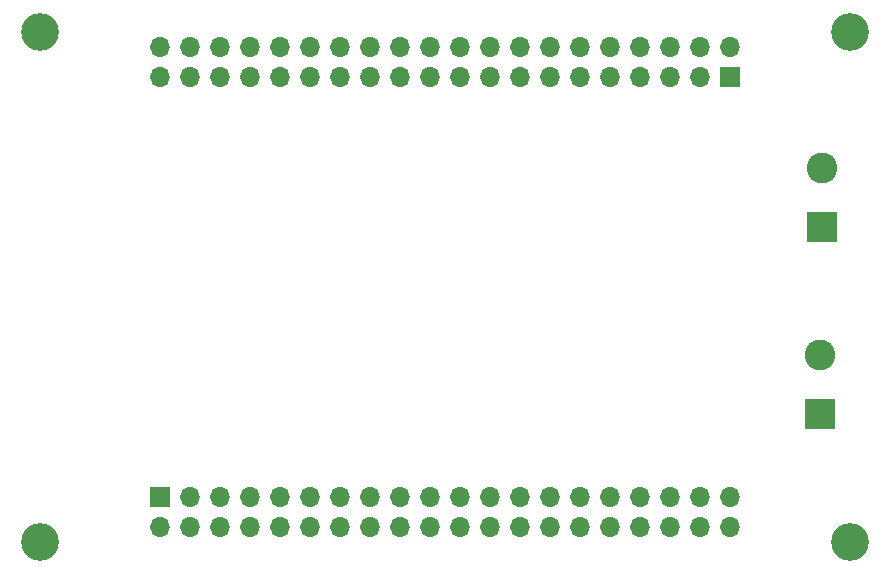
<source format=gbr>
G04 #@! TF.GenerationSoftware,KiCad,Pcbnew,7.0.9+dfsg-1*
G04 #@! TF.CreationDate,2023-12-12T22:55:21+08:00*
G04 #@! TF.ProjectId,can,63616e2e-6b69-4636-9164-5f7063625858,a*
G04 #@! TF.SameCoordinates,Original*
G04 #@! TF.FileFunction,Soldermask,Bot*
G04 #@! TF.FilePolarity,Negative*
%FSLAX46Y46*%
G04 Gerber Fmt 4.6, Leading zero omitted, Abs format (unit mm)*
G04 Created by KiCad (PCBNEW 7.0.9+dfsg-1) date 2023-12-12 22:55:21*
%MOMM*%
%LPD*%
G01*
G04 APERTURE LIST*
%ADD10C,3.200000*%
%ADD11R,2.600000X2.600000*%
%ADD12C,2.600000*%
%ADD13R,1.700000X1.700000*%
%ADD14O,1.700000X1.700000*%
G04 APERTURE END LIST*
D10*
G04 #@! TO.C,J1*
X115570000Y-77470000D03*
X115570000Y-120650000D03*
X184150000Y-77470000D03*
X184150000Y-120650000D03*
G04 #@! TD*
D11*
G04 #@! TO.C,J5*
X181610000Y-109775000D03*
D12*
X181610000Y-104775000D03*
G04 #@! TD*
D13*
G04 #@! TO.C,J2*
X125730000Y-116840000D03*
D14*
X125730000Y-119380000D03*
X128270000Y-116840000D03*
X128270000Y-119380000D03*
X130810000Y-116840000D03*
X130810000Y-119380000D03*
X133350000Y-116840000D03*
X133350000Y-119380000D03*
X135890000Y-116840000D03*
X135890000Y-119380000D03*
X138430000Y-116840000D03*
X138430000Y-119380000D03*
X140970000Y-116840000D03*
X140970000Y-119380000D03*
X143510000Y-116840000D03*
X143510000Y-119380000D03*
X146050000Y-116840000D03*
X146050000Y-119380000D03*
X148590000Y-116840000D03*
X148590000Y-119380000D03*
X151130000Y-116840000D03*
X151130000Y-119380000D03*
X153670000Y-116840000D03*
X153670000Y-119380000D03*
X156210000Y-116840000D03*
X156210000Y-119380000D03*
X158750000Y-116840000D03*
X158750000Y-119380000D03*
X161290000Y-116840000D03*
X161290000Y-119380000D03*
X163830000Y-116840000D03*
X163830000Y-119380000D03*
X166370000Y-116840000D03*
X166370000Y-119380000D03*
X168910000Y-116840000D03*
X168910000Y-119380000D03*
X171450000Y-116840000D03*
X171450000Y-119380000D03*
X173990000Y-116840000D03*
X173990000Y-119380000D03*
G04 #@! TD*
D13*
G04 #@! TO.C,J3*
X173990000Y-81280000D03*
D14*
X173990000Y-78740000D03*
X171450000Y-81280000D03*
X171450000Y-78740000D03*
X168910000Y-81280000D03*
X168910000Y-78740000D03*
X166370000Y-81280000D03*
X166370000Y-78740000D03*
X163830000Y-81280000D03*
X163830000Y-78740000D03*
X161290000Y-81280000D03*
X161290000Y-78740000D03*
X158750000Y-81280000D03*
X158750000Y-78740000D03*
X156210000Y-81280000D03*
X156210000Y-78740000D03*
X153670000Y-81280000D03*
X153670000Y-78740000D03*
X151130000Y-81280000D03*
X151130000Y-78740000D03*
X148590000Y-81280000D03*
X148590000Y-78740000D03*
X146050000Y-81280000D03*
X146050000Y-78740000D03*
X143510000Y-81280000D03*
X143510000Y-78740000D03*
X140970000Y-81280000D03*
X140970000Y-78740000D03*
X138430000Y-81280000D03*
X138430000Y-78740000D03*
X135890000Y-81280000D03*
X135890000Y-78740000D03*
X133350000Y-81280000D03*
X133350000Y-78740000D03*
X130810000Y-81280000D03*
X130810000Y-78740000D03*
X128270000Y-81280000D03*
X128270000Y-78740000D03*
X125730000Y-81280000D03*
X125730000Y-78740000D03*
G04 #@! TD*
D11*
G04 #@! TO.C,J4*
X181745000Y-93940000D03*
D12*
X181745000Y-88940000D03*
G04 #@! TD*
M02*

</source>
